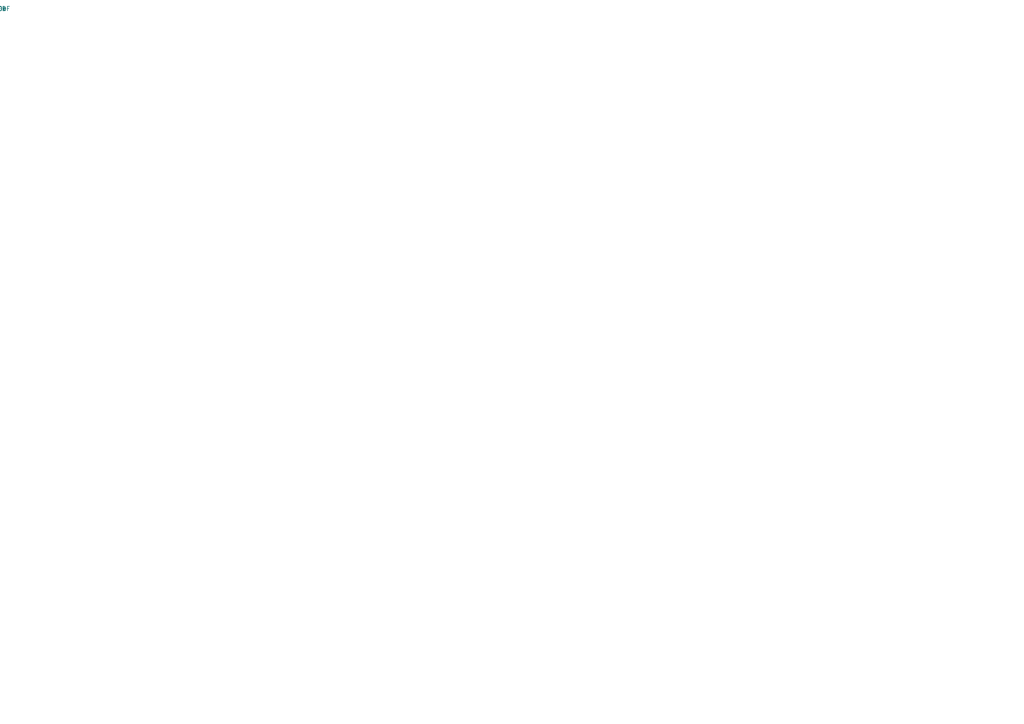
<source format=kicad_sch>
(kicad_sch (version 20250114) (generator "rust_kicad_schematic_writer") (generator_version "0.1.0") (uuid "e89e43ea-046a-4c80-b602-6f4080476bcf") (paper "A4") (lib_symbols) (symbol (lib_id "Device:R") (at 0.0 0.0 0.0) (unit 1) (exclude_from_sim no) (in_bom yes) (on_board yes) (dnp no) (fields_autoplaced yes) (uuid "c83a8b1e-071a-4651-917f-e86a78df9582") (property "Reference" "R1" (at 0.0 -2.54 0) (effects (font (size 1.27 1.27)))) (property "Value" "10k" (at 0.0 2.54 0) (effects (font (size 1.27 1.27)))) (instances (project "circuit_synth_project" (path "/" (reference "R1") (unit 1))))) (symbol (lib_id "Device:C") (at 0.0 0.0 0.0) (unit 1) (exclude_from_sim no) (in_bom yes) (on_board yes) (dnp no) (fields_autoplaced yes) (uuid "c0f40336-8726-4939-9e5c-90f6bb651c27") (property "Reference" "C1" (at 0.0 -2.54 0) (effects (font (size 1.27 1.27)))) (property "Value" "100nF" (at 0.0 2.54 0) (effects (font (size 1.27 1.27)))) (instances (project "circuit_synth_project" (path "/" (reference "C1") (unit 1))))) (symbol (lib_id "Device:LED") (at 0.0 0.0 0.0) (unit 1) (exclude_from_sim no) (in_bom yes) (on_board yes) (dnp no) (fields_autoplaced yes) (uuid "f8c76c3d-a0d7-4389-a833-2f81806c847a") (property "Reference" "D1" (at 0.0 -2.54 0) (effects (font (size 1.27 1.27)))) (property "Value" "RED" (at 0.0 2.54 0) (effects (font (size 1.27 1.27)))) (instances (project "circuit_synth_project" (path "/" (reference "D1") (unit 1))))) (sheet_instances (path "/" (page "1"))) (embedded_fonts no))
</source>
